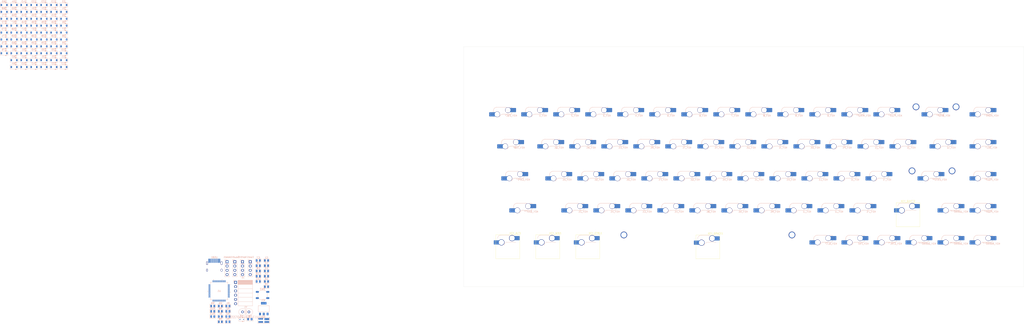
<source format=kicad_pcb>
(kicad_pcb (version 20241229) (generator "pcbnew") (generator_version "9.0")
  (layers (0 "F.Cu" signal) (4 "In1.Cu" signal) (6 "In2.Cu" signal) (2 "B.Cu" signal) (13 "F.Paste" user) (15 "B.Paste" user) (5 "F.SilkS" user "F.Silkscreen") (7 "B.SilkS" user "B.Silkscreen") (1 "F.Mask" user) (3 "B.Mask" user) (25 "Edge.Cuts" user))
  (net 0 "")
  (net 1 "GND")
  (net 2 "+3.3V")
  (net 3 "+5V")
  (net 4 "Net-(D3-A)")
  (net 5 "Net-(D4-A)")
  (net 6 "Net-(D5-A)")
  (net 7 "Net-(D6-A)")
  (net 8 "Net-(D7-A)")
  (net 9 "Net-(D8-A)")
  (net 10 "Net-(D9-A)")
  (net 11 "Net-(D10-A)")
  (net 12 "Net-(D11-A)")
  (net 13 "Net-(D12-A)")
  (net 14 "Net-(D13-A)")
  (net 15 "Net-(D14-A)")
  (net 16 "Net-(D15-A)")
  (net 17 "Net-(D16-A)")
  (net 18 "Net-(D17-A)")
  (net 19 "Net-(D18-A)")
  (net 20 "Net-(D19-A)")
  (net 21 "Net-(D20-A)")
  (net 22 "Net-(D21-A)")
  (net 23 "Net-(D22-A)")
  (net 24 "Net-(D23-A)")
  (net 25 "Net-(D29-A)")
  (net 26 "Net-(D30-A)")
  (net 27 "Net-(D31-A)")
  (net 28 "Net-(D32-A)")
  (net 29 "Net-(D33-A)")
  (net 30 "Net-(D24-A)")
  (net 31 "Net-(D25-A)")
  (net 32 "Net-(D26-A)")
  (net 33 "Net-(D27-A)")
  (net 34 "Net-(D28-A)")
  (net 35 "Net-(D34-A)")
  (net 36 "/COL2")
  (net 37 "/COL3")
  (net 38 "/COL4")
  (net 39 "/COL5")
  (net 40 "/COL1")
  (net 41 "/ROT_TIMB")
  (net 42 "/ROT_TIMA")
  (net 43 "Net-(U1-OSCIN)")
  (net 44 "Net-(U1-OSCOUT)")
  (net 45 "Net-(U1-VCAP)")
  (net 46 "/NRST")
  (net 47 "/D+")
  (net 48 "/D-")
  (net 49 "/ROW1")
  (net 50 "/ROW2")
  (net 51 "/ROW3")
  (net 52 "/ROW4")
  (net 53 "/ROW5")
  (net 54 "Net-(D35-A)")
  (net 55 "/ROT_SW")
  (net 56 "/UART_TX_EAST")
  (net 57 "/UART_RX_EAST")
  (net 58 "Net-(U1-VDDA)")
  (net 59 "/RGB_DATAIN")
  (net 60 "Net-(D36-A)")
  (net 61 "Net-(D37-A)")
  (net 62 "Net-(D38-A)")
  (net 63 "Net-(D39-A)")
  (net 64 "Net-(D40-A)")
  (net 65 "Net-(D41-A)")
  (net 66 "Net-(D42-A)")
  (net 67 "Net-(D43-A)")
  (net 68 "Net-(D44-A)")
  (net 69 "Net-(D45-A)")
  (net 70 "Net-(D46-A)")
  (net 71 "Net-(D47-A)")
  (net 72 "Net-(D48-A)")
  (net 73 "Net-(D50-A)")
  (net 74 "Net-(D51-A)")
  (net 75 "Net-(D52-A)")
  (net 76 "Net-(D53-A)")
  (net 77 "Net-(D54-A)")
  (net 78 "Net-(D55-A)")
  (net 79 "Net-(D56-A)")
  (net 80 "Net-(D57-A)")
  (net 81 "Net-(D58-A)")
  (net 82 "/UART_TX_NORTH")
  (net 83 "/UART_RX_NORTH")
  (net 84 "Net-(USB1-CC2)")
  (net 85 "Net-(USB1-CC1)")
  (net 86 "Net-(U1-PA11)")
  (net 87 "Net-(U1-PA12)")
  (net 88 "Net-(U1-BOOT)")
  (net 89 "/JTCLK")
  (net 90 "Net-(J1-Pin_2)")
  (net 91 "/JTMS")
  (net 92 "Net-(J1-Pin_4)")
  (net 93 "Net-(J1-Pin_5)")
  (net 94 "Net-(J1-Pin_6)")
  (net 95 "/SWO")
  (net 96 "/UART_TX_SOUTH")
  (net 97 "/UART_RX_SOUTH")
  (net 99 "AGND")
  (net 100 "Net-(D59-A)")
  (net 101 "/UART_TX_WEST")
  (net 104 "Net-(D60-A)")
  (net 105 "Net-(D61-A)")
  (net 106 "Net-(D62-A)")
  (net 109 "Net-(D64-A)")
  (net 111 "Net-(D65-A)")
  (net 112 "Net-(D68-A)")
  (net 113 "/UART_RX_WEST")
  (net 114 "Net-(D71-A)")
  (net 115 "Net-(D72-A)")
  (net 116 "Net-(D73-A)")
  (net 119 "Net-(D2-A)")
  (net 124 "Net-(D74-A)")
  (net 125 "Net-(D75-A)")
  (net 126 "Net-(D76-A)")
  (net 127 "/COL12")
  (net 128 "/COL9")
  (net 129 "/COL10")
  (net 130 "/COL11")
  (net 131 "/COL6")
  (net 132 "/COL7")
  (net 133 "/COL8")
  (net 134 "/COL14")
  (net 135 "/COL13")
  (net 136 "/COL15")
  (footprint "PCM_marbastlib-mx:STAB_MX_P_2u" (layer "F.Cu") (at 325.91375 90.4875)
    (property "Reference" "S3" (hide yes))
    (property "Value" "MX_stab")
  )
  (footprint "PCM_Switch_Keyboard_Hotswap_Kailh:SW_Hotswap_Kailh_MX_Plated_1.25u" (layer "F.Cu") (at 118.745 166.6875)
    (property "Reference" "KEY_CTRL1")
    (property "Value" "MX_SW_HS")
  )
  (footprint "PCM_Switch_Keyboard_Hotswap_Kailh:SW_Hotswap_Kailh_MX_Plated_1.25u" (layer "F.Cu") (at 190.1825 166.84625)
    (property "Reference" "KEY_SPACE1")
    (property "Value" "MX_SW_HS")
  )
  (footprint "PCM_marbastlib-mx:STAB_MX_2.25u" (layer "F.Cu") (at 80.645 147.6375)
    (property "Reference" "S1" (hide yes))
    (property "Value" "MX_stab")
  )
  (footprint "PCM_marbastlib-mx:STAB_MX_P_6.25u" (layer "F.Cu") (at 190.1825 166.6875)
    (property "Reference" "S2" (hide yes))
    (property "Value" "MX_stab")
  )
  (footprint "PCM_marbastlib-mx:STAB_MX_P_2.25u" (layer "F.Cu") (at 323.5325 128.5875)
    (property "Reference" "S4" (hide yes))
    (property "Value" "MX_stab")
  )
  (footprint "PCM_Switch_Keyboard_Hotswap_Kailh:SW_Hotswap_Kailh_MX_Plated_1.25u" (layer "F.Cu") (at 71.12 166.6875)
    (property "Reference" "KEY_ALT1")
    (property "Value" "MX_SW_HS")
  )
  (footprint "PCM_Switch_Keyboard_Hotswap_Kailh:SW_Hotswap_Kailh_MX_Plated_1.25u" (layer "F.Cu") (at 94.9325 166.6875)
    (property "Reference" "KEY_WIN1")
    (property "Value" "MX_SW_HS")
  )
  (footprint "PCM_Switch_Keyboard_Hotswap_Kailh:SW_Hotswap_Kailh_MX_Plated_1.75u" (layer "F.Cu") (at 309.245 147.6375)
    (property "Reference" "KEY_SHIFT2")
    (property "Value" "MX_SW_HS")
  )
  (footprint "PCM_Resistor_SMD_AKL:R_0805_2012Metric" (layer "B.Cu") (at -99.92025 205.13825 180)
    (property "Reference" "R6")
    (property "Value" "22" (hide yes))
  )
  (footprint "PCM_marbastlib-mx:SW_MX_HS_CPG151101S11_1u" (layer "B.Cu") (at 87.73625 90.4875 180)
    (property "Reference" "KEY_1")
    (property "Value" "MX_SW_HS")
  )
  (footprint "PCM_marbastlib-mx:SW_MX_HS_CPG151101S11_1u" (layer "B.Cu") (at 268.76375 109.5375 180)
    (property "Reference" "KEY_P1")
    (property "Value" "MX_SW_HS")
  )
  (footprint "PCM_Diode_SMD_AKL:D_SOD-123" (layer "B.Cu") (at -210.80025 35.19825 180)
    (property "Reference" "D36")
    (property "Value" "1N4148W" (hide yes))
  )
  (footprint "PCM_Capacitor_SMD_AKL:C_0805_2012Metric" (layer "B.Cu") (at -77.352932 178.02825 180)
    (property "Reference" "C8")
    (property "Value" "10uF" (hide yes))
  )
  (footprint "PCM_marbastlib-mx:SW_MX_HS_CPG151101S11_1u" (layer "B.Cu") (at 354.48875 90.4875 180)
    (property "Reference" "KEY_HOME1")
    (property "Value" "MX_SW_HS")
  )
  (footprint "PCM_Diode_SMD_AKL:D_SOD-123" (layer "B.Cu") (at -222.64025 26.99825 180)
    (property "Reference" "D55")
    (property "Value" "1N4148W" (hide yes))
  )
  (footprint "PCM_marbastlib-mx:SW_MX_HS_CPG151101S11_1u" (layer "B.Cu") (at 283.05125 147.6375 180)
    (property "Reference" "KEY_/1")
    (property "Value" "MX_SW_HS")
  )
  (footprint "PCM_Diode_SMD_AKL:D_SOD-123" (layer "B.Cu") (at -228.56025 31.09825 180)
    (property "Reference" "D71")
    (property "Value" "1N4148W" (hide yes))
  )
  (footprint "PCM_marbastlib-mx:SW_MX_HS_CPG151101S11_1u" (layer "B.Cu") (at 259.18625 90.4875 180)
    (property "Reference" "KEY_0")
    (property "Value" "MX_SW_HS")
  )
  (footprint "PCM_marbastlib-mx:SW_MX_HS_CPG151101S11_1u" (layer "B.Cu") (at 225.90125 147.6375 180)
    (property "Reference" "KEY_M1")
    (property "Value" "MX_SW_HS")
  )
  (footprint "PCM_Diode_SMD_AKL:D_SOD-123" (layer "B.Cu") (at -210.80025 43.39825 180)
    (property "Reference" "D38")
    (property "Value" "1N4148W" (hide yes))
  )
  (footprint "PCM_Diode_SMD_AKL:D_SOD-123" (layer "B.Cu") (at -198.96025 59.79825 180)
    (property "Reference" "D22")
    (property "Value" "1N4148W" (hide yes))
  )
  (footprint "PCM_marbastlib-mx:SW_MX_HS_CPG151101S11_1u" (layer "B.Cu") (at 168.75125 147.6375 180)
    (property "Reference" "KEY_V1")
    (property "Value" "MX_SW_HS")
  )
  (footprint "PCM_marbastlib-mx:SW_MX_HS_CPG151101S11_1u" (layer "B.Cu") (at 254.47625 128.5875 180)
    (property "Reference" "KEY_L1")
    (property "Value" "MX_SW_HS")
  )
  (footprint "PCM_Diode_SMD_AKL:D_SOD-123" (layer "B.Cu") (at -204.88025 47.49825 180)
    (property "Reference" "D29")
    (property "Value" "1N4148W" (hide yes))
  )
  (footprint "PCM_marbastlib-mx:SW_MX_HS_CPG151101S11_1u" (layer "B.Cu") (at 211.61375 109.5375 180)
    (property "Reference" "KEY_U1")
    (property "Value" "MX_SW_HS")
  )
  (footprint "PCM_Resistor_SMD_AKL:R_0805_2012Metric" (layer "B.Cu") (at -104.44025 208.25825 180)
    (property "Reference" "R13")
    (property "Value" "DNP" (hide yes))
  )
  (footprint "PCM_marbastlib-mx:SW_MX_HS_CPG151101S11_1u" (layer "B.Cu") (at 354.48875 166.6875 180)
    (property "Reference" "KEY_RARROW1")
    (property "Value" "MX_SW_HS")
  )
  (footprint "PCM_Diode_SMD_AKL:D_SOD-123" (layer "B.Cu") (at -198.96025 43.39825 180)
    (property "Reference" "D18")
    (property "Value" "1N4148W" (hide yes))
  )
  (footprint "PCM_Diode_SMD_AKL:D_SOD-123" (layer "B.Cu") (at -193.04025 22.89825 180)
    (property "Reference" "D3")
    (property "Value" "1N4148W" (hide yes))
  )
  (footprint "PCM_Diode_SMD_AKL:D_SOD-123" (layer "B.Cu") (at -204.88025 22.89825 180)
    (property "Reference" "D23")
    (property "Value" "1N4148W" (hide yes))
  )
  (footprint "PCM_marbastlib-mx:SW_MX_HS_CPG151101S11_1u" (layer "B.Cu") (at 140.17625 128.5875 180)
    (property "Reference" "KEY_D1")
    (property "Value" "MX_SW_HS")
  )
  (footprint "PCM_Diode_SMD_AKL:D_SOD-123" (layer "B.Cu") (at -222.64025 43.39825 180)
    (property "Reference" "D59")
    (property "Value" "1N4148W" (hide yes))
  )
  (footprint "PCM_Diode_SMD_AKL:D_SOD-123" (layer "B.Cu") (at -228.56025 22.89825 180)
    (property "Reference" "D65")
    (property "Value" "1N4148W" (hide yes))
  )
  (footprint "Connector_PinSocket_2.54mm:PinSocket_1x04_P2.54mm_Vertical" (layer "B.Cu") (at -86.71525 175.67325 180)
    (property "Reference" "North1")
    (property "Value" "Conn_01x04")
  )
  (footprint "PCM_Resistor_SMD_AKL:R_0805_2012Metric" (layer "B.Cu") (at -99.92025 202.01825 180)
    (property "Reference" "R5")
    (property "Value" "10k" (hide yes))
  )
  (footprint "PCM_Resistor_SMD_AKL:R_0805_2012Metric" (layer "B.Cu") (at -104.44025 205.13825 180)
    (property "Reference" "R10")
    (property "Value" "DNP" (hide yes))
  )
  (footprint "Connector_PinSocket_2.54mm:PinSocket_1x04_P2.54mm_Vertical" (layer "B.Cu") (at -95.91525 175.67325 180)
    (property "Reference" "West1")
    (property "Value" "Conn_01x04")
  )
  (footprint "PCM_Diode_SMD_AKL:D_SOD-123" (layer "B.Cu") (at -210.80025 51.59825 180)
    (property "Reference" "D40")
    (property "Value" "1N4148W" (hide yes))
  )
  (footprint "PCM_marbastlib-mx:SW_MX_HS_CPG151101S11_1u" (layer "B.Cu") (at 130.65125 147.6375 180)
    (property "Reference" "KEY_X1")
    (property "Value" "MX_SW_HS")
  )
  (footprint "PCM_Diode_SMD_AKL:D_SOD-123" (layer "B.Cu") (at -204.88025 35.19825 180)
    (property "Reference" "D26")
    (property "Value" "1N4148W" (hide yes))
  )
  (footprint "PCM_Diode_SMD_AKL:D_SOD-123" (layer "B.Cu") (at -222.64025 55.69825 180)
    (property "Reference" "D62")
    (property "Value" "1N4148W" (hide yes))
  )
  (footprint "PCM_Diode_SMD_AKL:D_SOD-123" (layer "B.Cu") (at -198.96025 39.29825 180)
    (property "Reference" "D17")
    (property "Value" "1N4148W" (hide yes))
  )
  (footprint "PCM_marbastlib-mx:SW_MX_HS_CPG151101S11_1u" (layer "B.Cu") (at 106.78625 90.4875 180)
    (property "Reference" "KEY_2")
    (property "Value" "MX_SW_HS")
  )
  (footprint "PCM_Diode_SMD_AKL:D_SOD-123" (layer "B.Cu") (at -198.96025 26.99825 180)
    (property "Reference" "D14")
    (property "Value" "1N4148W" (hide yes))
  )
  (footprint "PCM_marbastlib-mx:SW_MX_HS_CPG151101S11_1u" (layer "B.Cu") (at 197.32625 128.5875 180)
    (property "Reference" "KEY_H1")
    (property "Value" "MX_SW_HS")
  )
  (footprint "PCM_marbastlib-mx:SW_MX_HS_CPG151101S11_1u" (layer "B.Cu") (at 221.08625 90.4875 180)
    (property "Reference" "KEY_8")
    (property "Value" "MX_SW_HS")
  )
  (footprint "PCM_marbastlib-mx:SW_MX_HS_CPG151101S11_1u" (layer "B.Cu") (at 182.98625 90.4875 180)
    (property "Reference" "KEY_6")
    (property "Value" "MX_SW_HS")
  )
  (footprint "PCM_Diode_SMD_AKL:D_SOD-123" (layer "B.Cu") (at -210.80025 59.79825 180)
    (property "Reference" "D42")
    (property "Value" "1N4148W" (hide yes))
  )
  (footprint "PCM_marbastlib-mx:SW_MX_HS_CPG151101S11_1u" (layer "B.Cu") (at 278.28875 166.6875 180)
    (property "Reference" "KEY_FN1")
    (property "Value" "MX_SW_HS")
  )
  (footprint "PCM_marbastlib-mx:SW_MX_HS_CPG151101S11_1u" (layer "B.Cu") (at 68.66375 90.4875 180)
    (property "Reference" "KEY_ESC1")
    (property "Value" "MX_SW_HS")
  )
  (footprint "PCM_Diode_SMD_AKL:D_SOD-123" (layer "B.Cu") (at -210.80025 22.89825 180)
    (property "Reference" "D33")
    (property "Value" "1N4148W" (hide yes))
  )
  (footprint "PCM_marbastlib-mx:SW_MX_HS_CPG151101S11_1u" (layer "B.Cu") (at 125.83625 90.4875 180)
    (property "Reference" "KEY_3")
    (property "Value" "MX_SW_HS")
  )
  (footprint "PCM_marbastlib-mx:SW_MX_HS_CPG151101S11_1u" (layer "B.Cu") (at 102.07625 128.5875 180)
    (property "Reference" "KEY_A1")
    (property "Value" "MX_SW_HS")
  )
  (footprint "PCM_marbastlib-mx:SW_MX_HS_CPG151101S11_1u" (layer "B.Cu") (at 249.71375 109.5375 180)
    (property "Reference" "KEY_O1")
    (property "Value" "MX_SW_HS")
  )
  (footprint "PCM_Diode_SMD_AKL:D_SOD-123" (layer "B.Cu") (at -210.80025 31.09825 180)
    (property "Reference" "D35")
    (property "Value" "1N4148W" (hide yes))
  )
  (footprint "PCM_marbastlib-mx:SW_MX_HS_CPG151101S11_1u" (layer "B.Cu") (at 316.38875 166.6875 180)
    (property "Reference" "KEY_DARROW1")
    (property "Value" "MX_SW_HS")
  )
  (footprint "PCM_marbastlib-mx:SW_MX_HS_CPG151101S11_1u" (layer "B.Cu") (at 206.85125 147.6375 180)
    (property "Reference" "KEY_N1")
    (property "Value" "MX_SW_HS")
  )
  (footprint "PCM_Diode_SMD_AKL:D_SOD-123" (layer "B.Cu") (at -228.56025 35.19825 180)
    (property "Reference" "D72")
    (property "Value" "1N4148W" (hide yes))
  )
  (footprint "PCM_Diode_SMD_AKL:D_SOD-123" (layer "B.Cu") (at -193.04025 59.79825 180)
    (property "Reference" "D12")
    (property "Value" "1N4148W" (hide yes))
  )
  (footprint "PCM_Diode_SMD_AKL:D_SOD-123" (layer "B.Cu") (at -216.72025 26.99825 180)
    (property "Reference" "D44")
    (property "Value" "1N4148W" (hide yes))
  )
  (footprint "PCM_Diode_SMD_AKL:D_SOD-123" (layer "B.Cu") (at -193.04025 26.99825 180)
    (property "Reference" "D4")
    (property "Value" "1N4148W" (hide yes))
  )
  (footprint "PCM_marbastlib-mx:SW_MX_HS_CPG151101S11_1u" (layer "B.Cu") (at 354.48875 109.5375 180)
    (property "Reference" "KEY_DEL1")
    (property "Value" "MX_SW_HS")
  )
  (footprint "PCM_Resistor_SMD_AKL:R_0805_2012Metric" (layer "B.Cu") (at -95.40025 208.25825 180)
    (property "Reference" "R3")
    (property "Value" "22" (hide yes))
  )
  (footprint "PCM_marbastlib-mx:SW_MX_HS_CPG151101S11_1u" (layer "B.Cu") (at 173.43875 109.5375 180)
    (property "Reference" "KEY_T1")
    (property "Value" "MX_SW_HS")
  )
  (footprint "PCM_marbastlib-mx:SW_MX_HS_CPG151101S11_1u" (layer "B.Cu") (at 144.88625 90.4875 180)
    (property "Reference" "KEY_4")
    (property "Value" "MX_SW_HS")
  )
  (footprint "PCM_Diode_SMD_AKL:D_SOD-123" (layer "B.Cu") (at -210.80025 47.49825 180)
    (property "Reference" "D39")
    (property "Value" "1N4148W" (hide yes))
  )
  (footprint "PCM_Capacitor_SMD_AKL:C_0805_2012Metric" (layer "B.Cu") (at -72.471144 190.50825 180)
    (property "Reference" "C6")
    (property "Value" "100nF" (hide yes))
  )
  (footprint "PCM_Resistor_SMD_AKL:R_0805_2012Metric" (layer "B.Cu") (at -99.92025 208.25825 180)
    (property "Reference" "R7")
    (property "Value" "22" (hide yes))
  )
  (footprint "PCM_Capacitor_SMD_AKL:C_0805_2012Metric" (layer "B.Cu") (at -72.471144 178.02825 180)
    (property "Reference" "C2")
    (property "Value" "20pF" (hide yes))
  )
  (footprint "PCM_Diode_SMD_AKL:D_SOD-123" (layer "B.Cu") (at -198.96025 47.49825 180)
    (property "Reference" "D19")
    (property "Value" "1N4148W" (hide yes))
  )
  (footprint "PCM_Capacitor_SMD_AKL:C_0805_2012Metric" (layer "B.Cu") (at -77.352932 181.14825 180)
    (property "Reference" "C9")
    (property "Value" "4.7uF" (hide yes))
  )
  (footprint "PCM_Diode_SMD_AKL:D_SOD-123" (layer "B.Cu") (at -216.72025 43.39825 180)
    (property "Reference" "D48")
    (property "Value" "1N4148W" (hide yes))
  )
  (footprint "PCM_Diode_SMD_AKL:D_SOD-123" (layer "B.Cu") (at -204.88025 39.29825 180)
    (property "Reference" "D27")
    (property "Value" "1N4148W" (hide yes))
  )
  (footprint "PCM_marbastlib-mx:SW_MX_HS_CPG151101S11_1u" (layer "B.Cu") (at 97.31375 109.5375 180)
    (property "Reference" "KEY_Q1")
    (property "Value" "MX_SW_HS")
  )
  (footprint "PCM_marbastlib-mx:SW_MX_HS_CPG151101S11_1u" (layer "B.Cu") (at 335.43875 147.6375 180)
    (property "Reference" "KEY_UARROW1")
    (property "Value" "MX_SW_HS")
  )
  (footprint "PCM_Diode_SMD_AKL:D_SOD-123" (layer "B.Cu") (at -210.80025 55.69825 180)
    (property "Reference" "D41")
    (property "Value" "1N4148W" (hide yes))
  )
  (footprint "PCM_Diode_SMD_AKL:D_SOD-123" (layer "B.Cu") (at -193.04025 47.49825 180)
    (property "Reference" "D9")
    (property "Value" "1N4148W" (hide yes))
  )
  (footprint "PCM_Diode_SMD_AKL:D_SOD-123" (layer "B.Cu") (at -193.04025 31.09825 180)
    (property "Reference" "D5")
    (property "Value" "1N4148W" (hide yes))
  )
  (footprint "PCM_Diode_SMD_AKL:D_SOD-123" (layer "B.Cu") (at -193.04025 55.69825 180)
    (property "Reference" "D11")
    (property "Value" "1N4148W" (hide yes))
  )
  (footprint "PCM_Diode_SMD_AKL:D_SOD-123" (layer "B.Cu") (at -222.64025 47.49825 180)
    (property "Reference" "D60")
    (property "Value" "1N4148W" (hide yes))
  )
  (footprint "PCM_Capacitor_SMD_AKL:C_0805_2012Metric" (layer "B.Cu") (at -72.471144 184.26825 180)
    (property "Reference" "C4")
    (property "Value" "100nF" (hide yes))
  )
  (footprint "PCM_Diode_SMD_AKL:D_SOD-123" (layer "B.Cu") (at -222.64025 22.89825 180)
    (property "Reference" "D54")
    (property "Value" "1N4148W" (hide yes))
  )
  (footprint "Type-C.pretty-master:HRO-TYPE-C-31-M-12-HandSoldering" (layer "B.Cu") (at -103.51025 183.26825 180)
    (property "Reference" "USB1")
    (property "Value" "HRO-TYPE-C-31-M-12")
  )
  (footprint "PCM_Diode_SMD_AKL:D_SOD-123" (layer "B.Cu") (at -193.04025 35.19825 180)
    (property "Reference" "D6")
    (property "Value" "1N4148W" (hide yes))
  )
  (footprint "PCM_marbastlib-mx:SW_MX_HS_CPG151101S11_1u" (layer "B.Cu") (at 154.43875 109.5375 180)
    (property "Reference" "KEY_R1")
    (property "Value" "MX_SW_HS")
  )
  (footprint "PCM_marbastlib-mx:SW_MX_HS_CPG151101S11_1u" (layer "B.Cu") (at 287.81375 109.5375 180)
    (property "Reference" "KEY_[1")
    (property "Value" "MX_SW_HS")
  )
  (footprint "PCM_Diode_SMD_AKL:D_SOD-123" (layer "B.Cu") (at -228.56025 47.49825 180)
    (property "Reference" "D75")
    (property "Value" "1N4148W" (hide yes))
  )
  (footprint "PCM_marbastlib-mx:SW_MX_HS_CPG151101S11_1u" (layer "B.Cu") (at 235.42625 128.5875 180)
    (property "Reference" "KEY_K1")
    (property "Value" "MX_SW_HS")
  )
  (footprint "PCM_marbastlib-mx:SW_MX_HS_CPG151101S11_1u" (layer "B.Cu") (at 80.645 147.6375 180)
    (property "Reference" "KEY_SHIFT1")
    (property "Value" "MX_SW_HS")
  )
  (footprint "PCM_marbastlib-various:SW_SPST_SKQG_WithStem" (layer "B.Cu") (at -74.80525 195.44325 180)
    (property "Reference" "SW2")
    (property "Value" "Push_Button")
  )
  (footprint "PCM_Diode_SMD_AKL:D_SOD-123" (layer "B.Cu") (at -222.64025 39.29825 180)
    (property "Reference" "D58")
    (property "Value" "1N4148W" (hide yes))
  )
  (footprint "PCM_Diode_SMD_AKL:D_SOD-123" (layer "B.Cu") (at -198.96025 51.59825 180)
    (property "Reference" "D20")
    (property "Value" "1N4148W" (hide yes))
  )
  (footprint "PCM_Diode_SMD_AKL:D_SOD-123" (layer "B.Cu") (at -198.96025 31.09825 180)
    (property "Reference" "D15")
    (property "Value" "1N4148W" (hide yes))
  )
  (footprint "PCM_marbastlib-mx:SW_MX_HS_CPG151101S11_1u" (layer "B.Cu") (at 73.42625 109.5375 180)
    (property "Reference" "KEY_TAB1")
    (property "Value" "MX_SW_HS")
  )
  (footprint "PCM_Diode_SMD_AKL:D_SOD-323" (layer "B.Cu") (at -87.17025 209.99825 180)
    (property "Reference" "D2")
    (property "Value" "BAT60JFILM" (hide yes))
  )
  (footprint "PCM_Diode_SMD_AKL:D_SOD-123" (layer "B.Cu") (at -216.72025 55.69825 180)
    (property "Reference" "D52")
    (property "Value" "1N4148W" (hide yes))
  )
  (footprint "PCM_marbastlib-mx:SW_MX_HS_CPG151101S11_1u" (layer "B.Cu") (at 135.41375 109.5375 180)
    (property "Reference" "KEY_E1")
    (property "Value" "MX_SW_HS")
  )
  (footprint "PCM_Diode_SMD_AKL:D_SOD-123" (layer "B.Cu") (at -216.72025 59.79825 180)
    (property "Reference" "D53")
    (property "Value" "1N4148W" (hide yes))
  )
  (footprint "PCM_marbastlib-mx:SW_MX_HS_CPG151101S11_1u" (layer "B.Cu") (at 187.80125 147.6375 180)
    (property "Reference" "KEY_B1")
    (property "Value" "MX_SW_HS")
  )
  (footprint "PCM_Resistor_SMD_AKL:R_0805_2012Metric" (layer "B.Cu") (at -95.40025 205.13825 180)
    (property "Reference" "R2")
    (property "Value" "5.1k" (hide yes))
  )
  (footprint "PCM_marbastlib-mx:SW_MX_HS_CPG151101S11_1u" (layer "B.Cu") (at 297.33875 166.6875 180)
    (property "Reference" "KEY_CTRL2")
    (property "Value" "MX_SW_HS")
  )
  (footprint "PCM_marbastlib-mx:SW_MX_HS_CPG151101S11_1u" (layer "B.Cu") (at 178.27625 128.5875 180)
    (property "Reference" "KEY_G1")
    (property "Value" "MX_SW_HS")
  )
  (footprint "PCM_Capacitor_SMD_AKL:C_0805_2012Metric" (layer "B.Cu") (at -77.352932 184.26825 180)
    (property "Reference" "C10")
    (property "Value" "1uF" (hide yes))
  )
  (footprint "PCM_marbastlib-mx:SW_MX_HS_CPG151101S11_1u" (layer "B.Cu") (at 121.12625 128.5875 180)
    (property "Reference" "KEY_S1")
    (property "Value" "MX_SW_HS")
  )
  (footprint "PCM_Diode_SMD_AKL:D_SOD-123" (layer "B.Cu") (at -198.96025 35.19825 180)
    (property "Reference" "D16")
    (property "Value" "1N4148W" (hide yes))
  )
  (footprint "PCM_marbastlib-mx:SW_MX_HS_CPG151101S11_1u" (layer "B.Cu") (at 354.48875 147.6375 180)
    (property "Reference" "KEY_PGDN1")
    (property "Value" "MX_SW_HS")
  )
  (footprint "PCM_Capacitor_SMD_AKL:C_0805_2012Metric" (layer "B.Cu") (at -77.352932 187.38825 180)
    (property "Reference" "C11")
    (property "Value" "0.1uF" (hide yes))
  )
  (footprint "PCM_Diode_SMD_AKL:D_SOD-123" (layer "B.Cu") (at -216.72025 31.09825 180)
    (property "Reference" "D45")
    (property "Value" "1N4148W" (hide yes))
  )
  (footprint "PCM_marbastlib-mx:SW_MX_HS_CPG151101S11_1u" (layer "B.Cu") (at 75.8825 128.5875 180)
    (property "Reference" "KEY_CAPS1")
    (property "Value" "MX_SW_HS")
  )
  (footprint "PCM_marbastlib-mx:SW_MX_HS_CPG151101S11_1u" (layer "B.Cu") (at 159.22625 128.5875 180)
    (property "Reference" "KEY_F1")
    (property "Value" "MX_SW_HS")
  )
  (footprint "PCM_marbastlib-mx:SW_MX_HS_CPG151101S11_1u" (layer "B.Cu") (at 230.63875 109.5375 180)
    (property "Reference" "KEY_I1")
    (property "Value" "MX_SW_HS")
  )
  (footprint "PCM_Diode_SMD_AKL:D_SOD-123" (layer "B.Cu") (at -216.72025 51.59825 180)
    (property "Reference" "D51")
    (property "Value" "1N4148W" (hide yes))
  )
  (footprint "PCM_Diode_SMD_AKL:D_SOD-123" (layer "B.Cu") (at -204.88025 26.99825 180)
    (property "Reference" "D24")
    (property "Value" "1N4148W" (hide yes))
  )
  (footprint "PCM_Diode_SMD_AKL:D_SOD-123" (layer "B.Cu") (at -222.64025 59.79825 180)
    (property "Reference" "D64")
    (property "Value" "1N4148W" (hide yes))
  )
  (footprint "PCM_Diode_SMD_AKL:D_SOD-123" (layer "B.Cu") (at -216.72025 47.49825 180)
    (property "Reference" "D50")
    (property "Value" "1N4148W" (hide yes))
  )
  (footprint "PCM_Resistor_SMD_AKL:R_0805_2012Metric" (layer "B.Cu") (at -104.44025 202.01825 180)
    (property "Reference" "R9")
    (property "Value" "22" (hide yes))
  )
  (footprint "PCM_Diode_SMD_AKL:D_SOD-123" (layer "B.Cu") (at -204.88025 55.69825 180)
    (property "Reference" "D31")
    (property "Value" "1N4148W" (hide yes))
  )
  (footprint "PCM_Fuse_AKL:Fuse_0805_2012Metric_Pad1.15x1.40mm_BigPads" (layer "B.Cu") (at -82.35025 209.80825 180)
    (property "Reference" "FB1")
    (property "Value" "Ferrite_Bead" (hide yes))
  )
  (footprint "PCM_marbastlib-mx:SW_MX_HS_CPG151101S11_1u" (layer "B.Cu") (at 325.91375 90.4875 180)
    (property "Reference" "KEY_BKSP1")
    (property "Value" "MX_SW_HS")
  )
  (footprint "PCM_Diode_SMD_AKL:D_SOD-123" (layer "B.Cu") (at -204.88025 31.09825 180)
    (property "Reference" "D25")
    (property "Value" "1N4148W" (hide yes))
  )
  (footprint "PCM_marbastlib-mx:SW_MX_HS_CPG151101S11_1u" (layer "B.Cu") (at 278.23625 90.4875 180)
    (property "Reference" "KEY_MINUS1")
    (property "Value" "MX_SW_HS")
  )
  (footprint "PCM_Diode_SMD_AKL:D_SOD-123" (layer "B.Cu") (at -228.56025 26.99825 180)
    (property "Reference" "D68")
    (property "Value" "1N4148W" (hide yes))
  )
  (footprint "PCM_marbastlib-mx:SW_MX_HS_CPG151101S11_1u" (layer "B.Cu") (at 244.95125 147.6375 180)
    (property "Reference" "KEY_,1")
    (property "Value" "MX_SW_HS")
  )
  (footprint "PCM_Diode_SMD_AKL:D_SOD-123" (layer "B.Cu") (at -216.72025 39.29825 180)
    (property "Reference" "D47")
    (property "Value" "1N4148W" (hide yes))
  )
  (footprint "PCM_marbastlib-mx:SW_MX_HS_CPG151101S11_1u" (layer "B.Cu") (at 273.52625 128.5875 180)
    (property "Reference" "KEY_;1")
    (property "Value" "MX_SW_HS")
  )
  (footprint "PCM_marbastlib-mx:SW_MX_HS_CPG151101S11_1u" (layer "B.Cu") (at 192.56375 109.5375 180)
    (property "Reference" "KEY_Y1")
    (property "Value" "MX_SW_HS")
  )
  (footprint "PCM_Diode_SMD_AKL:D_SOD-123" (layer "B.Cu") (at -216.72025 35.19825 180)
    (property "Reference" "D46")
    (property "Value" "1N4148W" (hide yes))
  )
  (footprint "PCM_Package_TO_SOT_SMD_AKL:SOT-143_Handsoldering" (layer "B.Cu") (at -74.08275 210.54325 180)
    (property "Reference" "D1")
    (property "Value" "PRTR5V0U2X")
  )
  (footprint "PCM_Diode_SMD_AKL:D_SOD-123" (layer "B.Cu") (at -210.80025 26.99825 180)
    (property "Reference" "D34")
    (property "Value" "1N4148W" (hide yes))
  )
  (footprint "Connector_PinSocket_2.54mm:PinSocket_1x06_P2.54mm_Horizontal" (layer "B.Cu") (at -90.86525 187.92325 180)
    (property "Reference" "J1")
    (property "Value" "Conn_01x06")
  )
  (footprint "PCM_marbastlib-mx:SW_MX_HS_CPG151101S11_1u" (layer "B.Cu") (at 297.26375 90.4875 180)
    (property "Reference" "KEY_PLUS1")
    (property "Value" "MX_SW_HS")
  )
  (footprint "Connector_PinSocket_2.54mm:PinSocket_1x04_P2.54mm_Vertical" (layer "B.Cu") (at -82.11525 175.67325 180)
    (property "Reference" "East1")
    (property "Value" "Conn_01x04")
  )
  (footprint "PCM_marbastlib-mx:SW_MX_HS_CPG151101S11_1u" (layer "B.Cu") (at 149.70125 147.6375 180)
    (property "Reference" "KEY_C1")
    (property "Value" "MX_SW_HS")
  )
  (footprint "PCM_marbastlib-mx:SW_MX_HS_CPG151101S11_1u" (layer "B.Cu") (at 202.03625 90.4875 180)
    (property "Reference" "KEY_7")
    (property "Value" "MX_SW_HS")
  )
  (footprint "PCM_Diode_SMD_AKL:D_SOD-123" (layer "B.Cu") (at -204.88025 51.59825 180)
    (property "Reference" "D30")
    (property "Value" "1N4148W" (hide yes))
  )
  (footprint "PCM_Resistor_SMD_AKL:R_0805_2012Metric" (layer "B.Cu") (at -95.40025 211.37825 180)
    (property "Reference" "R4")
    (property "Value" "22" (hide yes))
  )
  (footprint "PCM_marbastlib-mx:SW_MX_HS_CPG151101S11_1u" (layer "B.Cu") (at 111.60125 147.6375 180)
    (property "Reference" "KEY_Z1")
    (property "Value" "MX_SW_HS")
  )
  (footprint "PCM_Diode_SMD_AKL:D_SOD-123" (layer "B.Cu") (at -210.80025 39.29825 180)
    (property "Reference" "D37")
    (property "Value" "1N4148W" (hide yes))
  )
  (footprint "PCM_Diode_SMD_AKL:D_SOD-123" (layer "B.Cu") (at -198.96025 55.69825 180)
    (property "Reference" "D21")
    (property "Value" "1N4148W" (hide yes))
  )
  (footprint "PCM_marbastlib-mx:SW_MX_HS_CPG151101S11_1u" (layer "B.Cu") (at 163.93625 90.4875 180)
    (property "Reference" "KEY_5")
    (property "Value" "MX_SW_HS")
  )
  (footprint "PCM_Diode_SMD_AKL:D_SOD-123" (layer "B.Cu") (at -216.72025 22.89825 180)
    (property "Reference" "D43")
    (property "Value" "1N4148W" (hide yes))
  )
  (footprint "footprints:LQFP64-10x10mm" (layer "B.Cu") (at -100.64355 193.02935 180)
    (property "Reference" "U1")
    (property "Value" "~")
  )
  (footprint "PCM_Diode_SMD_AKL:D_SOD-123" (layer "B.Cu") (at -198.96025 22.89825 180)
    (property "Reference" "D13")
    (property "Value" "1N4148W" (hide yes))
  )
  (footprint "PCM_Capacitor_SMD_AKL:C_0805_2012Metric" (layer "B.Cu") (at -72.471144 187.38825 180)
    (property "Reference" "C5")
    (property "Value" "100nF" (hide yes))
  )
  (footprint "PCM_Capacitor_SMD_AKL:C_0805_2012Metric" (layer "B.Cu") (at -77.352932 174.90825 180)
    (property "Reference" "C7")
    (property "Value" "1uF" (hide yes))
  )
  (footprint "PCM_marbastlib-mx:SW_MX_HS_CPG151101S11_1u" (layer "B.Cu") (at 292.57625 128.5875 180)
    (property "Reference" "KEY_'1")
    (property "Value" "MX_SW_HS")
  )
  (footprint "PCM_Diode_SMD_AKL:D_SOD-123" (layer "B.Cu") (at -228.56025 43.39825 180)
    (property "Reference" "D74")
    (property "Value" "1N4148W" (hide yes))
  )
  (footprint "PCM_marbastlib-mx:SW_MX_HS_CPG151101S11_1u" (layer "B.Cu") (at 259.23875 166.6875 180)
    (property "Reference" "KEY_ALT2")
    (property "Value" "MX_SW_HS")
  )
  (footprint "PCM_marbastlib-mx:SW_MX_HS_CPG151101S11_1u" (layer "B.Cu") (at 216.37625 128.5875 180)
    (property "Reference" "KEY_J1")
    (property "Value" "MX_SW_HS")
  )
  (footprint "PCM_marbastlib-mx:SW_MX_HS_CPG151101S11_1u" (layer "B.Cu") (at 240.13625 90.4875 180)
    (property "Reference" "KEY_9")
    (property "Value" "MX_SW_HS")
  )
  (footprint "Connector_PinSocket_2.54mm:PinSocket_1x04_P2.54mm_Vertical" (layer "B.Cu") (at -91.31525 175.67325 180)
    (property "Reference" "South1")
    (property "Value" "Conn_01x04")
  )
  (footprint "PCM_marbastlib-mx:SW_MX_HS_CPG151101S11_1.5u" (layer "B.Cu") (at 330.67625 109.5375 180)
    (property "Reference" "KEY_\\1")
    (property "Value" "MX_SW_HS")
  )
  (footprint "PCM_Crystal_AKL:Crystal_HC52-U_Vertical" (layer "B.Cu") (at -82.91525 205.52325 180)
    (property "Reference" "Y1")
    (property "Value" "8MHz" (hide yes))
  )
  (footprint "PCM_marbastlib-mx:SW_MX_HS_CPG151101S11_1u" (layer "B.Cu") (at 306.86375 109.5375 180)
    (property "Reference" "KEY_]1")
    (property "Value" "MX_SW_HS")
  )
  (footprint "PCM_Diode_SMD_AKL:D_SOD-123" (layer "B.Cu") (at -228.56025 51.59825 180)
    (property "Reference" "D76")
    (property "Value" "1N4148W" (hide yes))
  )
  (footprint "PCM_marbastlib-mx:SW_MX_HS_CPG151101S11_1u" (layer "B.Cu") (at 335.43875 166.6875 180)
    (property "Reference" "KEY_DARROW2")
    (property "Value" "MX_SW_HS")
  )
  (footprint "PCM_Resistor_SMD_AKL:R_0805_2012Metric" (layer "B.Cu") (at -95.40025 202.01825 180)
    (property "Reference" "R1")
    (property "Value" "5.1k" (hide yes))
  )
  (footprint "PCM_Diode_SMD_AKL:D_SOD-123" (layer "B.Cu") (at -193.04025 39.29825 180)
    (property "Reference" "D7")
    (property "Value" "1N4148W" (hide yes))
  )
  (footprint "PCM_Diode_SMD_AKL:D_SOD-123" (layer "B.Cu") (at -204.88025 43.39825 180)
    (property "Reference" "D28")
    (property "Value" "1N4148W" (hide yes))
  )
  (footprint "PCM_Diode_SMD_AKL:D_SOD-123" (layer "B.Cu") (at -204.88025 59.79825 180)
    (property "Reference" "D32")
    (property "Value" "1N4148W" (hide yes))
  )
  (footprint "PCM_Diode_SMD_AKL:D_SOD-123" (layer "B.Cu") (at -222.64025 35.19825 180)
    (property "Reference" "D57")
    (property "Value" "1N4148W" (hide yes))
  )
  (footprint "PCM_Capacitor_SMD_AKL:C_0805_2012Metric" (layer "B.Cu") (at -72.471144 174.90825 180)
    (property "Reference" "C1")
    (property "Value" "20pF" (hide yes))
  )
  (footprint "PCM_Resistor_SMD_AKL:R_0805_2012Metric" (layer "B.Cu") (at -99.92025 211.37825 180)
    (property "Reference" "R8")
    (property "Value" "22" (hide yes))
  )
  (footprint "PCM_marbastlib-mx:SW_MX_HS_CPG151101S11_1u" (layer "B.Cu") (at 323.5325 128.5875 180)
    (property "Reference" "KEY_ENTER1")
    (property "Value" "MX_SW_HS")
  )
  (footprint "PCM_Diode_SMD_AKL:D_SOD-123" (layer "B.Cu") (at -193.04025 51.59825 180)
    (property "Reference" "D10")
    (property "Value" "1N4148W" (hide yes))
  )
  (footprint "PCM_Diode_SMD_AKL:D_SOD-123" (layer "B.Cu") (at -193.04025 43.39825 180)
    (property "Reference" "D8")
    (property "Value" "1N4148W" (hide yes))
  )
  (footprint "PCM_Diode_SMD_AKL:D_SOD-123" (layer "B.Cu") (at -222.64025 31.09825 180)
    (property "Reference" "D56")
    (property "Value" "1N4148W" (hide yes))
  )
  (footprint "PCM_Diode_SMD_AKL:D_SOD-123" (layer "B.Cu") (at -222.64025 51.59825 180)
    (property "Reference" "D61")
    (property "Value" "1N4148W" (hide yes))
  )
  (footprint "PCM_4ms_Package_SOT:SOT223" (layer "B.Cu") (at -74.10525 203.54325 180)
    (property "Reference" "IC1")
    (property "Value" "LD1117-3.3V-SOT223")
  )
  (footprint "PCM_marbastlib-mx:SW_MX_HS_CPG151101S11_1u" (layer "B.Cu") (at 354.48875 128.5875 180)
    (property "Reference" "KEY_PGUP1")
    (property "Value" "MX_SW_HS")
  )
  (footprint "PCM_Capacitor_SMD_AKL:C_0805_2012Metric" (layer "B.Cu") (at -72.471144 181.14825 180)
    (property "Reference" "C3")
    (property "Value" "100nF" (hide yes))
  )
  (footprint "PCM_Diode_SMD_AKL:D_SOD-123" (layer "B.Cu") (at -228.56025 39.29825 180)
    (property "Reference" "D73")
    (property "Value" "1N4148W" (hide yes))
  )
  (footprint "PCM_marbastlib-mx:SW_MX_HS_CPG151101S11_1u" (layer "B.Cu") (at 264.00125 147.6375 180)
    (property "Reference" "KEY_.1")
    (property "Value" "MX_SW_HS")
  )
  (footprint "PCM_marbastlib-mx:SW_MX_HS_CPG151101S11_1u" (layer "B.Cu") (at 116.36375 109.5375 180)
    (property "Reference" "KEY_W1")
    (property "Value" "MX_SW_HS")
  )
  (gr_line (start 44.85125 47.625) (end 44.85125 190.5) (stroke (width 0.05)) (layer "Edge.Cuts"))
  (gr_line (start 44.85125 190.5) (end 378.22625 190.5) (stroke (width 0.05)) (layer "Edge.Cuts"))
  (gr_line (start 378.22625 190.5) (end 378.22625 47.625) (stroke (width 0.05)) (layer "Edge.Cuts"))
  (gr_line (start 378.22625 47.625) (end 44.85125 47.625) (stroke (width 0.05)) (layer "Edge.Cuts"))
)
</source>
